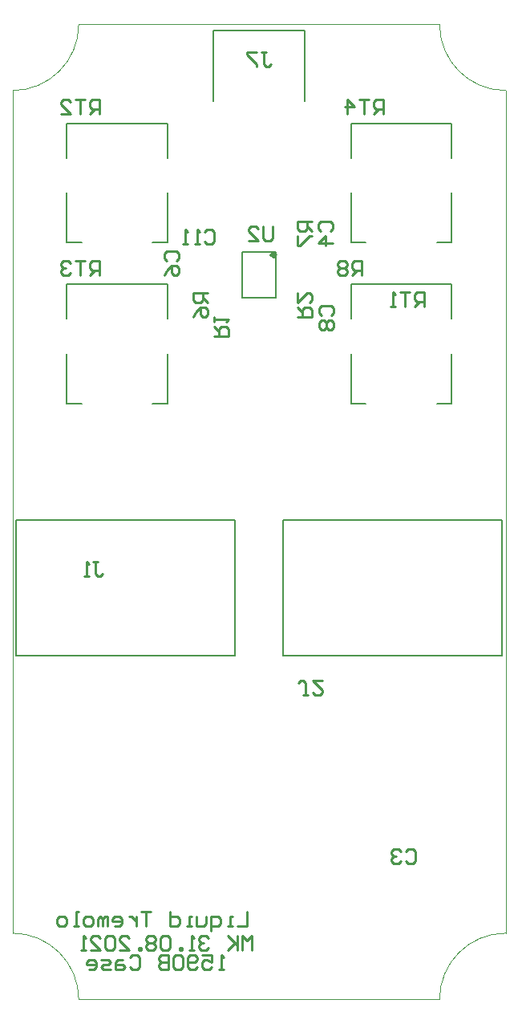
<source format=gbo>
G04*
G04 #@! TF.GenerationSoftware,Altium Limited,Altium Designer,21.6.4 (81)*
G04*
G04 Layer_Color=32896*
%FSAX44Y44*%
%MOMM*%
G71*
G04*
G04 #@! TF.SameCoordinates,1A77CDA6-7C2D-4FE3-B1CB-ECEED33A992D*
G04*
G04*
G04 #@! TF.FilePolarity,Positive*
G04*
G01*
G75*
%ADD10C,0.2000*%
%ADD12C,0.5000*%
%ADD13C,0.2540*%
%ADD14C,0.0500*%
D10*
X00493500Y00598500D02*
Y00741500D01*
X00724500Y00598500D02*
Y00741500D01*
X00493500Y00598500D02*
X00724500D01*
X00493500Y00741500D02*
X00724500D01*
X01006500Y00598500D02*
Y00741500D01*
X00775500Y00598500D02*
Y00741500D01*
X01006500D01*
X00775500Y00598500D02*
X01006500D01*
X00847000Y00990000D02*
X00953000D01*
X00847000Y00953500D02*
Y00990000D01*
X00953000Y00953500D02*
Y00990000D01*
X00847000Y00864500D02*
Y00916500D01*
Y00864500D02*
X00862500D01*
X00953000D02*
Y00916500D01*
X00937500Y00864500D02*
X00953000D01*
X00547000Y01160000D02*
X00653000D01*
X00547000Y01123500D02*
Y01160000D01*
X00653000Y01123500D02*
Y01160000D01*
X00547000Y01034500D02*
Y01086500D01*
Y01034500D02*
X00562500D01*
X00653000D02*
Y01086500D01*
X00637500Y01034500D02*
X00653000D01*
X00547000Y00990000D02*
X00653000D01*
X00547000Y00953500D02*
Y00990000D01*
X00653000Y00953500D02*
Y00990000D01*
X00547000Y00864500D02*
Y00916500D01*
Y00864500D02*
X00562500D01*
X00653000D02*
Y00916500D01*
X00637500Y00864500D02*
X00653000D01*
X00847000Y01160000D02*
X00953000D01*
X00847000Y01123500D02*
Y01160000D01*
X00953000Y01123500D02*
Y01160000D01*
X00847000Y01034500D02*
Y01086500D01*
Y01034500D02*
X00862500D01*
X00953000D02*
Y01086500D01*
X00937500Y01034500D02*
X00953000D01*
X00702000Y01183000D02*
Y01258000D01*
X00798000Y01183000D02*
Y01258000D01*
X00702000D02*
X00750000D01*
X00798000D01*
X00732000Y00976000D02*
X00768000D01*
X00732000Y01024000D02*
X00768000D01*
X00732000Y00976000D02*
Y01024000D01*
X00768000Y00976000D02*
Y01024000D01*
D12*
X00766500Y01021000D02*
G03*
X00766500Y01021000I-00001500J00000000D01*
G01*
D13*
X00712460Y00267540D02*
X00707382D01*
X00709921D01*
Y00282775D01*
X00712460Y00280236D01*
X00689607Y00282775D02*
X00699764D01*
Y00275158D01*
X00694686Y00277697D01*
X00692147D01*
X00689607Y00275158D01*
Y00270079D01*
X00692147Y00267540D01*
X00697225D01*
X00699764Y00270079D01*
X00684529D02*
X00681990Y00267540D01*
X00676911D01*
X00674372Y00270079D01*
Y00280236D01*
X00676911Y00282775D01*
X00681990D01*
X00684529Y00280236D01*
Y00277697D01*
X00681990Y00275158D01*
X00674372D01*
X00669294Y00280236D02*
X00666755Y00282775D01*
X00661676D01*
X00659137Y00280236D01*
Y00270079D01*
X00661676Y00267540D01*
X00666755D01*
X00669294Y00270079D01*
Y00280236D01*
X00654059Y00282775D02*
Y00267540D01*
X00646441D01*
X00643902Y00270079D01*
Y00272618D01*
X00646441Y00275158D01*
X00654059D01*
X00646441D01*
X00643902Y00277697D01*
Y00280236D01*
X00646441Y00282775D01*
X00654059D01*
X00613432Y00280236D02*
X00615971Y00282775D01*
X00621050D01*
X00623589Y00280236D01*
Y00270079D01*
X00621050Y00267540D01*
X00615971D01*
X00613432Y00270079D01*
X00605815Y00277697D02*
X00600736D01*
X00598197Y00275158D01*
Y00267540D01*
X00605815D01*
X00608354Y00270079D01*
X00605815Y00272618D01*
X00598197D01*
X00593119Y00267540D02*
X00585501D01*
X00582962Y00270079D01*
X00585501Y00272618D01*
X00590579D01*
X00593119Y00275158D01*
X00590579Y00277697D01*
X00582962D01*
X00570266Y00267540D02*
X00575344D01*
X00577883Y00270079D01*
Y00275158D01*
X00575344Y00277697D01*
X00570266D01*
X00567727Y00275158D01*
Y00272618D01*
X00577883D01*
X00742460Y00287540D02*
Y00302775D01*
X00737382Y00297697D01*
X00732303Y00302775D01*
Y00287540D01*
X00727225Y00302775D02*
Y00287540D01*
Y00292618D01*
X00717068Y00302775D01*
X00724686Y00295158D01*
X00717068Y00287540D01*
X00696755Y00300236D02*
X00694216Y00302775D01*
X00689137D01*
X00686598Y00300236D01*
Y00297697D01*
X00689137Y00295158D01*
X00691676D01*
X00689137D01*
X00686598Y00292618D01*
Y00290079D01*
X00689137Y00287540D01*
X00694216D01*
X00696755Y00290079D01*
X00681520Y00287540D02*
X00676441D01*
X00678980D01*
Y00302775D01*
X00681520Y00300236D01*
X00668824Y00287540D02*
Y00290079D01*
X00666285D01*
Y00287540D01*
X00668824D01*
X00656128Y00300236D02*
X00653589Y00302775D01*
X00648510D01*
X00645971Y00300236D01*
Y00290079D01*
X00648510Y00287540D01*
X00653589D01*
X00656128Y00290079D01*
Y00300236D01*
X00640893D02*
X00638354Y00302775D01*
X00633275D01*
X00630736Y00300236D01*
Y00297697D01*
X00633275Y00295158D01*
X00630736Y00292618D01*
Y00290079D01*
X00633275Y00287540D01*
X00638354D01*
X00640893Y00290079D01*
Y00292618D01*
X00638354Y00295158D01*
X00640893Y00297697D01*
Y00300236D01*
X00638354Y00295158D02*
X00633275D01*
X00625658Y00287540D02*
Y00290079D01*
X00623119D01*
Y00287540D01*
X00625658D01*
X00602805D02*
X00612962D01*
X00602805Y00297697D01*
Y00300236D01*
X00605344Y00302775D01*
X00610423D01*
X00612962Y00300236D01*
X00597727D02*
X00595188Y00302775D01*
X00590109D01*
X00587570Y00300236D01*
Y00290079D01*
X00590109Y00287540D01*
X00595188D01*
X00597727Y00290079D01*
Y00300236D01*
X00572335Y00287540D02*
X00582492D01*
X00572335Y00297697D01*
Y00300236D01*
X00574874Y00302775D01*
X00579953D01*
X00582492Y00300236D01*
X00567257Y00287540D02*
X00562178D01*
X00564717D01*
Y00302775D01*
X00567257Y00300236D01*
X00737460Y00327853D02*
Y00312618D01*
X00727303D01*
X00722225D02*
X00717147D01*
X00719686D01*
Y00322775D01*
X00722225D01*
X00699372Y00307540D02*
Y00322775D01*
X00706990D01*
X00709529Y00320236D01*
Y00315158D01*
X00706990Y00312618D01*
X00699372D01*
X00694294Y00322775D02*
Y00315158D01*
X00691755Y00312618D01*
X00684137D01*
Y00322775D01*
X00679059Y00312618D02*
X00673980D01*
X00676520D01*
Y00322775D01*
X00679059D01*
X00656206Y00327853D02*
Y00312618D01*
X00663824D01*
X00666363Y00315158D01*
Y00320236D01*
X00663824Y00322775D01*
X00656206D01*
X00635893Y00327853D02*
X00625736D01*
X00630815D01*
Y00312618D01*
X00620658Y00322775D02*
Y00312618D01*
Y00317697D01*
X00618119Y00320236D01*
X00615579Y00322775D01*
X00613040D01*
X00597805Y00312618D02*
X00602883D01*
X00605423Y00315158D01*
Y00320236D01*
X00602883Y00322775D01*
X00597805D01*
X00595266Y00320236D01*
Y00317697D01*
X00605423D01*
X00590188Y00312618D02*
Y00322775D01*
X00587649D01*
X00585109Y00320236D01*
Y00312618D01*
Y00320236D01*
X00582570Y00322775D01*
X00580031Y00320236D01*
Y00312618D01*
X00572413D02*
X00567335D01*
X00564796Y00315158D01*
Y00320236D01*
X00567335Y00322775D01*
X00572413D01*
X00574953Y00320236D01*
Y00315158D01*
X00572413Y00312618D01*
X00559717D02*
X00554639D01*
X00557178D01*
Y00327853D01*
X00559717D01*
X00544482Y00312618D02*
X00539404D01*
X00536865Y00315158D01*
Y00320236D01*
X00539404Y00322775D01*
X00544482D01*
X00547022Y00320236D01*
Y00315158D01*
X00544482Y00312618D01*
X00801211Y00556882D02*
X00796133D01*
X00798672D01*
Y00569578D01*
X00796133Y00572118D01*
X00793593D01*
X00791054Y00569578D01*
X00816446Y00572118D02*
X00806289D01*
X00816446Y00561961D01*
Y00559422D01*
X00813907Y00556882D01*
X00808828D01*
X00806289Y00559422D01*
X00575000Y00697617D02*
X00580078D01*
X00577539D01*
Y00684922D01*
X00580078Y00682383D01*
X00582617D01*
X00585157Y00684922D01*
X00569922Y00682383D02*
X00564843D01*
X00567382D01*
Y00697617D01*
X00569922Y00695078D01*
X00764446Y01050867D02*
Y01038172D01*
X00761907Y01035632D01*
X00756828D01*
X00754289Y01038172D01*
Y01050867D01*
X00739054Y01035632D02*
X00749211D01*
X00739054Y01045789D01*
Y01048328D01*
X00741593Y01050867D01*
X00746672D01*
X00749211Y01048328D01*
X00881126Y01170178D02*
Y01185413D01*
X00873509D01*
X00870969Y01182874D01*
Y01177795D01*
X00873509Y01175256D01*
X00881126D01*
X00876048D02*
X00870969Y01170178D01*
X00865891Y01185413D02*
X00855734D01*
X00860813D01*
Y01170178D01*
X00843038D02*
Y01185413D01*
X00850656Y01177795D01*
X00840499D01*
X00581152Y00999998D02*
Y01015233D01*
X00573535D01*
X00570995Y01012694D01*
Y01007616D01*
X00573535Y01005076D01*
X00581152D01*
X00576074D02*
X00570995Y00999998D01*
X00565917Y01015233D02*
X00555760D01*
X00560839D01*
Y00999998D01*
X00550682Y01012694D02*
X00548143Y01015233D01*
X00543064D01*
X00540525Y01012694D01*
Y01010155D01*
X00543064Y01007616D01*
X00545603D01*
X00543064D01*
X00540525Y01005076D01*
Y01002537D01*
X00543064Y00999998D01*
X00548143D01*
X00550682Y01002537D01*
X00581152Y01170178D02*
Y01185413D01*
X00573535D01*
X00570995Y01182874D01*
Y01177795D01*
X00573535Y01175256D01*
X00581152D01*
X00576074D02*
X00570995Y01170178D01*
X00565917Y01185413D02*
X00555760D01*
X00560839D01*
Y01170178D01*
X00540525D02*
X00550682D01*
X00540525Y01180335D01*
Y01182874D01*
X00543064Y01185413D01*
X00548143D01*
X00550682Y01182874D01*
X00924274Y00966633D02*
Y00981868D01*
X00916657D01*
X00914118Y00979328D01*
Y00974250D01*
X00916657Y00971711D01*
X00924274D01*
X00919196D02*
X00914118Y00966633D01*
X00909039Y00981868D02*
X00898882D01*
X00903961D01*
Y00966633D01*
X00893804D02*
X00888726D01*
X00891265D01*
Y00981868D01*
X00893804Y00979328D01*
X00857946Y00999382D02*
Y01014617D01*
X00850328D01*
X00847789Y01012078D01*
Y01007000D01*
X00850328Y01004461D01*
X00857946D01*
X00852868D02*
X00847789Y00999382D01*
X00842711Y01012078D02*
X00840172Y01014617D01*
X00835093D01*
X00832554Y01012078D01*
Y01009539D01*
X00835093Y01007000D01*
X00832554Y01004461D01*
Y01001922D01*
X00835093Y00999382D01*
X00840172D01*
X00842711Y01001922D01*
Y01004461D01*
X00840172Y01007000D01*
X00842711Y01009539D01*
Y01012078D01*
X00840172Y01007000D02*
X00835093D01*
X00805618Y01055946D02*
X00790382D01*
Y01048328D01*
X00792922Y01045789D01*
X00798000D01*
X00800539Y01048328D01*
Y01055946D01*
Y01050867D02*
X00805618Y01045789D01*
X00790382Y01040711D02*
Y01030554D01*
X00792922D01*
X00803078Y01040711D01*
X00805618D01*
X00695867Y00980946D02*
X00680632D01*
Y00973328D01*
X00683172Y00970789D01*
X00688250D01*
X00690789Y00973328D01*
Y00980946D01*
Y00975867D02*
X00695867Y00970789D01*
X00680632Y00955554D02*
X00683172Y00960632D01*
X00688250Y00965711D01*
X00693328D01*
X00695867Y00963172D01*
Y00958093D01*
X00693328Y00955554D01*
X00690789D01*
X00688250Y00958093D01*
Y00965711D01*
X00790882Y00955804D02*
X00806118D01*
Y00963422D01*
X00803578Y00965961D01*
X00798500D01*
X00795961Y00963422D01*
Y00955804D01*
Y00960882D02*
X00790882Y00965961D01*
Y00981196D02*
Y00971039D01*
X00801039Y00981196D01*
X00803578D01*
X00806118Y00978657D01*
Y00973578D01*
X00803578Y00971039D01*
X00702132Y00934843D02*
X00717367D01*
Y00942461D01*
X00714828Y00945000D01*
X00709750D01*
X00707211Y00942461D01*
Y00934843D01*
Y00939922D02*
X00702132Y00945000D01*
Y00950078D02*
Y00955157D01*
Y00952618D01*
X00717367D01*
X00714828Y00950078D01*
X00752539Y01234617D02*
X00757617D01*
X00755078D01*
Y01221922D01*
X00757617Y01219382D01*
X00760157D01*
X00762696Y01221922D01*
X00747461Y01234617D02*
X00737304D01*
Y01232078D01*
X00747461Y01221922D01*
Y01219382D01*
X00692598Y01045578D02*
X00695137Y01048118D01*
X00700215D01*
X00702755Y01045578D01*
Y01035422D01*
X00700215Y01032883D01*
X00695137D01*
X00692598Y01035422D01*
X00687520Y01032883D02*
X00682441D01*
X00684980D01*
Y01048118D01*
X00687520Y01045578D01*
X00674824Y01032883D02*
X00669745D01*
X00672284D01*
Y01048118D01*
X00674824Y01045578D01*
X00815672Y00957289D02*
X00813132Y00959828D01*
Y00964907D01*
X00815672Y00967446D01*
X00825828D01*
X00828367Y00964907D01*
Y00959828D01*
X00825828Y00957289D01*
X00815672Y00952211D02*
X00813132Y00949672D01*
Y00944593D01*
X00815672Y00942054D01*
X00818211D01*
X00820750Y00944593D01*
X00823289Y00942054D01*
X00825828D01*
X00828367Y00944593D01*
Y00949672D01*
X00825828Y00952211D01*
X00823289D01*
X00820750Y00949672D01*
X00818211Y00952211D01*
X00815672D01*
X00820750Y00949672D02*
Y00944593D01*
X00652422Y01015039D02*
X00649883Y01017578D01*
Y01022657D01*
X00652422Y01025196D01*
X00662578D01*
X00665117Y01022657D01*
Y01017578D01*
X00662578Y01015039D01*
X00649883Y00999804D02*
X00652422Y01004883D01*
X00657500Y01009961D01*
X00662578D01*
X00665117Y01007422D01*
Y01002343D01*
X00662578Y00999804D01*
X00660039D01*
X00657500Y01002343D01*
Y01009961D01*
X00815172Y01046039D02*
X00812633Y01048578D01*
Y01053657D01*
X00815172Y01056196D01*
X00825328D01*
X00827868Y01053657D01*
Y01048578D01*
X00825328Y01046039D01*
X00827868Y01033343D02*
X00812633D01*
X00820250Y01040961D01*
Y01030804D01*
X00905005Y00391918D02*
X00907544Y00394457D01*
X00912623D01*
X00915162Y00391918D01*
Y00381761D01*
X00912623Y00379222D01*
X00907544D01*
X00905005Y00381761D01*
X00899927Y00391918D02*
X00897388Y00394457D01*
X00892309D01*
X00889770Y00391918D01*
Y00389379D01*
X00892309Y00386839D01*
X00894849D01*
X00892309D01*
X00889770Y00384300D01*
Y00381761D01*
X00892309Y00379222D01*
X00897388D01*
X00899927Y00381761D01*
D14*
X00940500Y01264350D02*
G03*
X01010350Y01194500I00069850J00000000D01*
G01*
X00489650D02*
G03*
X00559500Y01264350I00000000J00069850D01*
G01*
X01010350Y00305500D02*
G03*
X00940500Y00235650I00000000J-00069850D01*
G01*
X00559500D02*
G03*
X00489650Y00305500I-00069850J00000000D01*
G01*
X01010350D02*
X01010350Y01194500D01*
X00559500Y01264350D02*
X00940500D01*
X00489650Y00305500D02*
X00489650Y01194500D01*
X00559500Y00235650D02*
X00940500D01*
M02*

</source>
